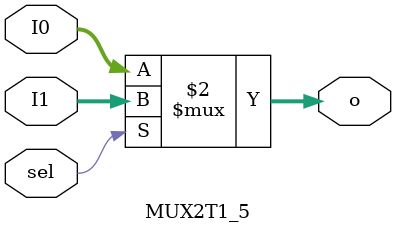
<source format=v>
`timescale 1ns / 1ps
module MUX2T1_5(
	input [4:0] I0,
	input [4:0] I1,
	input sel,
	output [4:0] o
    );

	assign o = sel == 0 ? I0 : I1;

endmodule

</source>
